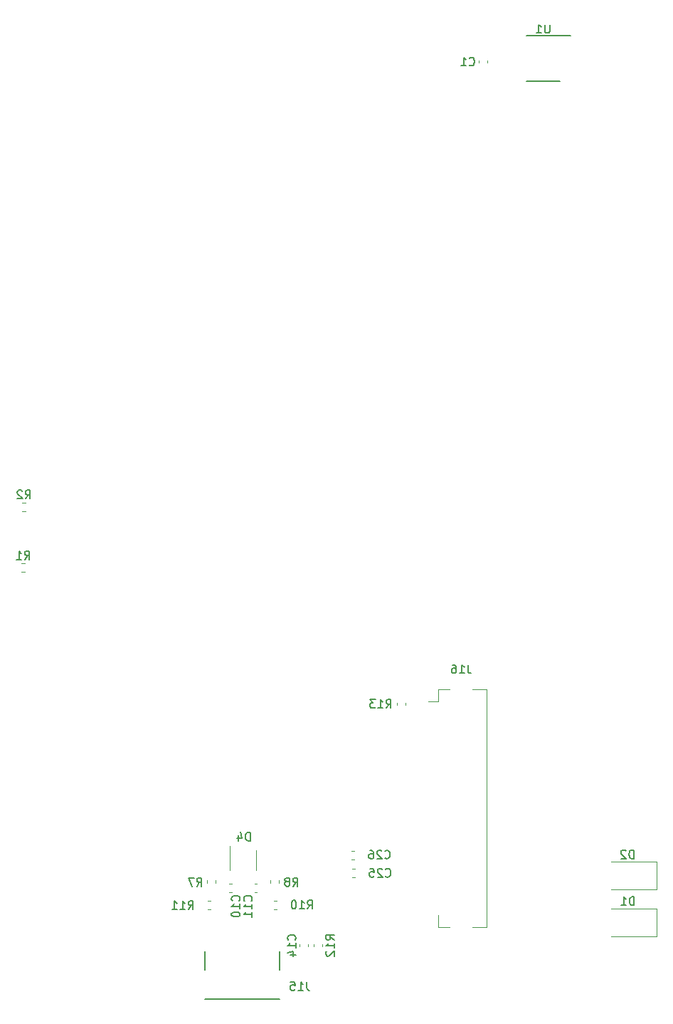
<source format=gbo>
G04 #@! TF.GenerationSoftware,KiCad,Pcbnew,(5.1.9)-1*
G04 #@! TF.CreationDate,2021-01-16T22:32:26-07:00*
G04 #@! TF.ProjectId,purplewizard-pogo,70757270-6c65-4776-997a-6172642d706f,1*
G04 #@! TF.SameCoordinates,Original*
G04 #@! TF.FileFunction,Legend,Bot*
G04 #@! TF.FilePolarity,Positive*
%FSLAX46Y46*%
G04 Gerber Fmt 4.6, Leading zero omitted, Abs format (unit mm)*
G04 Created by KiCad (PCBNEW (5.1.9)-1) date 2021-01-16 22:32:26*
%MOMM*%
%LPD*%
G01*
G04 APERTURE LIST*
%ADD10C,0.120000*%
%ADD11C,0.127000*%
%ADD12C,0.150000*%
%ADD13C,2.200000*%
%ADD14R,2.500000X1.800000*%
%ADD15C,0.900000*%
%ADD16R,1.300000X0.300000*%
%ADD17R,2.200000X1.800000*%
%ADD18R,1.000000X1.400000*%
%ADD19R,1.200000X1.400000*%
%ADD20C,0.985520*%
%ADD21C,0.988060*%
%ADD22R,1.000000X1.000000*%
%ADD23O,1.000000X1.000000*%
%ADD24O,1.300000X2.600000*%
%ADD25O,1.100000X2.200000*%
%ADD26R,1.000000X0.700000*%
%ADD27R,0.300000X0.700000*%
%ADD28O,1.700000X1.700000*%
%ADD29R,1.700000X1.700000*%
%ADD30R,1.200000X0.400000*%
G04 APERTURE END LIST*
D10*
X204565600Y-169633600D02*
X204565600Y-172933600D01*
X204565600Y-172933600D02*
X199165600Y-172933600D01*
X204565600Y-169633600D02*
X199165600Y-169633600D01*
X168282821Y-162763600D02*
X168608379Y-162763600D01*
X168282821Y-163783600D02*
X168608379Y-163783600D01*
X178585600Y-145043600D02*
X178585600Y-143553600D01*
X178585600Y-143553600D02*
X179925600Y-143553600D01*
X178585600Y-170363600D02*
X178585600Y-171853600D01*
X178585600Y-171853600D02*
X179925600Y-171853600D01*
X182645600Y-143553600D02*
X184385600Y-143553600D01*
X184385600Y-143553600D02*
X184385600Y-171853600D01*
X184385600Y-171853600D02*
X182645600Y-171853600D01*
X178585600Y-145043600D02*
X177385600Y-145043600D01*
X204565600Y-164093600D02*
X204565600Y-167393600D01*
X204565600Y-167393600D02*
X199165600Y-167393600D01*
X204565600Y-164093600D02*
X199165600Y-164093600D01*
X154005047Y-166683600D02*
X153679489Y-166683600D01*
X154005047Y-167703600D02*
X153679489Y-167703600D01*
X157031713Y-166673600D02*
X156706155Y-166673600D01*
X157031713Y-167693600D02*
X156706155Y-167693600D01*
X162115600Y-173840821D02*
X162115600Y-174166379D01*
X163135600Y-173840821D02*
X163135600Y-174166379D01*
X156925600Y-162703600D02*
X156925600Y-165103600D01*
X153825600Y-165103600D02*
X153825600Y-162153600D01*
X173665600Y-145130821D02*
X173665600Y-145456379D01*
X174685600Y-145130821D02*
X174685600Y-145456379D01*
X152075600Y-166606379D02*
X152075600Y-166280821D01*
X151055600Y-166606379D02*
X151055600Y-166280821D01*
X151142821Y-169703600D02*
X151468379Y-169703600D01*
X151142821Y-168683600D02*
X151468379Y-168683600D01*
X159072821Y-169703600D02*
X159398379Y-169703600D01*
X159072821Y-168683600D02*
X159398379Y-168683600D01*
X159655600Y-166596379D02*
X159655600Y-166270821D01*
X158635600Y-166596379D02*
X158635600Y-166270821D01*
D11*
X159735600Y-180393600D02*
X150795600Y-180393600D01*
X159735600Y-176923600D02*
X159735600Y-174723600D01*
X150795600Y-176923600D02*
X150795600Y-174723600D01*
D10*
X163785600Y-173840821D02*
X163785600Y-174166379D01*
X164805600Y-173840821D02*
X164805600Y-174166379D01*
X168332821Y-164913600D02*
X168658379Y-164913600D01*
X168332821Y-165933600D02*
X168658379Y-165933600D01*
X129442858Y-128571100D02*
X128968342Y-128571100D01*
X129442858Y-129616100D02*
X128968342Y-129616100D01*
X129522858Y-122396100D02*
X129048342Y-122396100D01*
X129522858Y-121351100D02*
X129048342Y-121351100D01*
X183415600Y-69094180D02*
X183415600Y-68813020D01*
X184435600Y-69094180D02*
X184435600Y-68813020D01*
D12*
X194370600Y-65858600D02*
X189095600Y-65858600D01*
X193095600Y-71258600D02*
X189095600Y-71258600D01*
X201903695Y-169235980D02*
X201903695Y-168235980D01*
X201665600Y-168235980D01*
X201522742Y-168283600D01*
X201427504Y-168378838D01*
X201379885Y-168474076D01*
X201332266Y-168664552D01*
X201332266Y-168807409D01*
X201379885Y-168997885D01*
X201427504Y-169093123D01*
X201522742Y-169188361D01*
X201665600Y-169235980D01*
X201903695Y-169235980D01*
X200379885Y-169235980D02*
X200951314Y-169235980D01*
X200665600Y-169235980D02*
X200665600Y-168235980D01*
X200760838Y-168378838D01*
X200856076Y-168474076D01*
X200951314Y-168521695D01*
X172238457Y-163620742D02*
X172286076Y-163668361D01*
X172428933Y-163715980D01*
X172524171Y-163715980D01*
X172667028Y-163668361D01*
X172762266Y-163573123D01*
X172809885Y-163477885D01*
X172857504Y-163287409D01*
X172857504Y-163144552D01*
X172809885Y-162954076D01*
X172762266Y-162858838D01*
X172667028Y-162763600D01*
X172524171Y-162715980D01*
X172428933Y-162715980D01*
X172286076Y-162763600D01*
X172238457Y-162811219D01*
X171857504Y-162811219D02*
X171809885Y-162763600D01*
X171714647Y-162715980D01*
X171476552Y-162715980D01*
X171381314Y-162763600D01*
X171333695Y-162811219D01*
X171286076Y-162906457D01*
X171286076Y-163001695D01*
X171333695Y-163144552D01*
X171905123Y-163715980D01*
X171286076Y-163715980D01*
X170428933Y-162715980D02*
X170619409Y-162715980D01*
X170714647Y-162763600D01*
X170762266Y-162811219D01*
X170857504Y-162954076D01*
X170905123Y-163144552D01*
X170905123Y-163525504D01*
X170857504Y-163620742D01*
X170809885Y-163668361D01*
X170714647Y-163715980D01*
X170524171Y-163715980D01*
X170428933Y-163668361D01*
X170381314Y-163620742D01*
X170333695Y-163525504D01*
X170333695Y-163287409D01*
X170381314Y-163192171D01*
X170428933Y-163144552D01*
X170524171Y-163096933D01*
X170714647Y-163096933D01*
X170809885Y-163144552D01*
X170857504Y-163192171D01*
X170905123Y-163287409D01*
X182125123Y-140655980D02*
X182125123Y-141370266D01*
X182172742Y-141513123D01*
X182267980Y-141608361D01*
X182410838Y-141655980D01*
X182506076Y-141655980D01*
X181125123Y-141655980D02*
X181696552Y-141655980D01*
X181410838Y-141655980D02*
X181410838Y-140655980D01*
X181506076Y-140798838D01*
X181601314Y-140894076D01*
X181696552Y-140941695D01*
X180267980Y-140655980D02*
X180458457Y-140655980D01*
X180553695Y-140703600D01*
X180601314Y-140751219D01*
X180696552Y-140894076D01*
X180744171Y-141084552D01*
X180744171Y-141465504D01*
X180696552Y-141560742D01*
X180648933Y-141608361D01*
X180553695Y-141655980D01*
X180363219Y-141655980D01*
X180267980Y-141608361D01*
X180220361Y-141560742D01*
X180172742Y-141465504D01*
X180172742Y-141227409D01*
X180220361Y-141132171D01*
X180267980Y-141084552D01*
X180363219Y-141036933D01*
X180553695Y-141036933D01*
X180648933Y-141084552D01*
X180696552Y-141132171D01*
X180744171Y-141227409D01*
X201863695Y-163675980D02*
X201863695Y-162675980D01*
X201625600Y-162675980D01*
X201482742Y-162723600D01*
X201387504Y-162818838D01*
X201339885Y-162914076D01*
X201292266Y-163104552D01*
X201292266Y-163247409D01*
X201339885Y-163437885D01*
X201387504Y-163533123D01*
X201482742Y-163628361D01*
X201625600Y-163675980D01*
X201863695Y-163675980D01*
X200911314Y-162771219D02*
X200863695Y-162723600D01*
X200768457Y-162675980D01*
X200530361Y-162675980D01*
X200435123Y-162723600D01*
X200387504Y-162771219D01*
X200339885Y-162866457D01*
X200339885Y-162961695D01*
X200387504Y-163104552D01*
X200958933Y-163675980D01*
X200339885Y-163675980D01*
X154892742Y-168700742D02*
X154940361Y-168653123D01*
X154987980Y-168510266D01*
X154987980Y-168415028D01*
X154940361Y-168272171D01*
X154845123Y-168176933D01*
X154749885Y-168129314D01*
X154559409Y-168081695D01*
X154416552Y-168081695D01*
X154226076Y-168129314D01*
X154130838Y-168176933D01*
X154035600Y-168272171D01*
X153987980Y-168415028D01*
X153987980Y-168510266D01*
X154035600Y-168653123D01*
X154083219Y-168700742D01*
X154987980Y-169653123D02*
X154987980Y-169081695D01*
X154987980Y-169367409D02*
X153987980Y-169367409D01*
X154130838Y-169272171D01*
X154226076Y-169176933D01*
X154273695Y-169081695D01*
X153987980Y-170272171D02*
X153987980Y-170367409D01*
X154035600Y-170462647D01*
X154083219Y-170510266D01*
X154178457Y-170557885D01*
X154368933Y-170605504D01*
X154607028Y-170605504D01*
X154797504Y-170557885D01*
X154892742Y-170510266D01*
X154940361Y-170462647D01*
X154987980Y-170367409D01*
X154987980Y-170272171D01*
X154940361Y-170176933D01*
X154892742Y-170129314D01*
X154797504Y-170081695D01*
X154607028Y-170034076D01*
X154368933Y-170034076D01*
X154178457Y-170081695D01*
X154083219Y-170129314D01*
X154035600Y-170176933D01*
X153987980Y-170272171D01*
X156352742Y-168720742D02*
X156400361Y-168673123D01*
X156447980Y-168530266D01*
X156447980Y-168435028D01*
X156400361Y-168292171D01*
X156305123Y-168196933D01*
X156209885Y-168149314D01*
X156019409Y-168101695D01*
X155876552Y-168101695D01*
X155686076Y-168149314D01*
X155590838Y-168196933D01*
X155495600Y-168292171D01*
X155447980Y-168435028D01*
X155447980Y-168530266D01*
X155495600Y-168673123D01*
X155543219Y-168720742D01*
X156447980Y-169673123D02*
X156447980Y-169101695D01*
X156447980Y-169387409D02*
X155447980Y-169387409D01*
X155590838Y-169292171D01*
X155686076Y-169196933D01*
X155733695Y-169101695D01*
X156447980Y-170625504D02*
X156447980Y-170054076D01*
X156447980Y-170339790D02*
X155447980Y-170339790D01*
X155590838Y-170244552D01*
X155686076Y-170149314D01*
X155733695Y-170054076D01*
X161552742Y-173360742D02*
X161600361Y-173313123D01*
X161647980Y-173170266D01*
X161647980Y-173075028D01*
X161600361Y-172932171D01*
X161505123Y-172836933D01*
X161409885Y-172789314D01*
X161219409Y-172741695D01*
X161076552Y-172741695D01*
X160886076Y-172789314D01*
X160790838Y-172836933D01*
X160695600Y-172932171D01*
X160647980Y-173075028D01*
X160647980Y-173170266D01*
X160695600Y-173313123D01*
X160743219Y-173360742D01*
X161647980Y-174313123D02*
X161647980Y-173741695D01*
X161647980Y-174027409D02*
X160647980Y-174027409D01*
X160790838Y-173932171D01*
X160886076Y-173836933D01*
X160933695Y-173741695D01*
X160981314Y-175170266D02*
X161647980Y-175170266D01*
X160600361Y-174932171D02*
X161314647Y-174694076D01*
X161314647Y-175313123D01*
X156203695Y-161575980D02*
X156203695Y-160575980D01*
X155965600Y-160575980D01*
X155822742Y-160623600D01*
X155727504Y-160718838D01*
X155679885Y-160814076D01*
X155632266Y-161004552D01*
X155632266Y-161147409D01*
X155679885Y-161337885D01*
X155727504Y-161433123D01*
X155822742Y-161528361D01*
X155965600Y-161575980D01*
X156203695Y-161575980D01*
X154775123Y-160909314D02*
X154775123Y-161575980D01*
X155013219Y-160528361D02*
X155251314Y-161242647D01*
X154632266Y-161242647D01*
X172388457Y-145785980D02*
X172721790Y-145309790D01*
X172959885Y-145785980D02*
X172959885Y-144785980D01*
X172578933Y-144785980D01*
X172483695Y-144833600D01*
X172436076Y-144881219D01*
X172388457Y-144976457D01*
X172388457Y-145119314D01*
X172436076Y-145214552D01*
X172483695Y-145262171D01*
X172578933Y-145309790D01*
X172959885Y-145309790D01*
X171436076Y-145785980D02*
X172007504Y-145785980D01*
X171721790Y-145785980D02*
X171721790Y-144785980D01*
X171817028Y-144928838D01*
X171912266Y-145024076D01*
X172007504Y-145071695D01*
X171102742Y-144785980D02*
X170483695Y-144785980D01*
X170817028Y-145166933D01*
X170674171Y-145166933D01*
X170578933Y-145214552D01*
X170531314Y-145262171D01*
X170483695Y-145357409D01*
X170483695Y-145595504D01*
X170531314Y-145690742D01*
X170578933Y-145738361D01*
X170674171Y-145785980D01*
X170959885Y-145785980D01*
X171055123Y-145738361D01*
X171102742Y-145690742D01*
X149852266Y-166985980D02*
X150185600Y-166509790D01*
X150423695Y-166985980D02*
X150423695Y-165985980D01*
X150042742Y-165985980D01*
X149947504Y-166033600D01*
X149899885Y-166081219D01*
X149852266Y-166176457D01*
X149852266Y-166319314D01*
X149899885Y-166414552D01*
X149947504Y-166462171D01*
X150042742Y-166509790D01*
X150423695Y-166509790D01*
X149518933Y-165985980D02*
X148852266Y-165985980D01*
X149280838Y-166985980D01*
X148838457Y-169725980D02*
X149171790Y-169249790D01*
X149409885Y-169725980D02*
X149409885Y-168725980D01*
X149028933Y-168725980D01*
X148933695Y-168773600D01*
X148886076Y-168821219D01*
X148838457Y-168916457D01*
X148838457Y-169059314D01*
X148886076Y-169154552D01*
X148933695Y-169202171D01*
X149028933Y-169249790D01*
X149409885Y-169249790D01*
X147886076Y-169725980D02*
X148457504Y-169725980D01*
X148171790Y-169725980D02*
X148171790Y-168725980D01*
X148267028Y-168868838D01*
X148362266Y-168964076D01*
X148457504Y-169011695D01*
X146933695Y-169725980D02*
X147505123Y-169725980D01*
X147219409Y-169725980D02*
X147219409Y-168725980D01*
X147314647Y-168868838D01*
X147409885Y-168964076D01*
X147505123Y-169011695D01*
X163018457Y-169665980D02*
X163351790Y-169189790D01*
X163589885Y-169665980D02*
X163589885Y-168665980D01*
X163208933Y-168665980D01*
X163113695Y-168713600D01*
X163066076Y-168761219D01*
X163018457Y-168856457D01*
X163018457Y-168999314D01*
X163066076Y-169094552D01*
X163113695Y-169142171D01*
X163208933Y-169189790D01*
X163589885Y-169189790D01*
X162066076Y-169665980D02*
X162637504Y-169665980D01*
X162351790Y-169665980D02*
X162351790Y-168665980D01*
X162447028Y-168808838D01*
X162542266Y-168904076D01*
X162637504Y-168951695D01*
X161447028Y-168665980D02*
X161351790Y-168665980D01*
X161256552Y-168713600D01*
X161208933Y-168761219D01*
X161161314Y-168856457D01*
X161113695Y-169046933D01*
X161113695Y-169285028D01*
X161161314Y-169475504D01*
X161208933Y-169570742D01*
X161256552Y-169618361D01*
X161351790Y-169665980D01*
X161447028Y-169665980D01*
X161542266Y-169618361D01*
X161589885Y-169570742D01*
X161637504Y-169475504D01*
X161685123Y-169285028D01*
X161685123Y-169046933D01*
X161637504Y-168856457D01*
X161589885Y-168761219D01*
X161542266Y-168713600D01*
X161447028Y-168665980D01*
X161292266Y-166975980D02*
X161625600Y-166499790D01*
X161863695Y-166975980D02*
X161863695Y-165975980D01*
X161482742Y-165975980D01*
X161387504Y-166023600D01*
X161339885Y-166071219D01*
X161292266Y-166166457D01*
X161292266Y-166309314D01*
X161339885Y-166404552D01*
X161387504Y-166452171D01*
X161482742Y-166499790D01*
X161863695Y-166499790D01*
X160720838Y-166404552D02*
X160816076Y-166356933D01*
X160863695Y-166309314D01*
X160911314Y-166214076D01*
X160911314Y-166166457D01*
X160863695Y-166071219D01*
X160816076Y-166023600D01*
X160720838Y-165975980D01*
X160530361Y-165975980D01*
X160435123Y-166023600D01*
X160387504Y-166071219D01*
X160339885Y-166166457D01*
X160339885Y-166214076D01*
X160387504Y-166309314D01*
X160435123Y-166356933D01*
X160530361Y-166404552D01*
X160720838Y-166404552D01*
X160816076Y-166452171D01*
X160863695Y-166499790D01*
X160911314Y-166595028D01*
X160911314Y-166785504D01*
X160863695Y-166880742D01*
X160816076Y-166928361D01*
X160720838Y-166975980D01*
X160530361Y-166975980D01*
X160435123Y-166928361D01*
X160387504Y-166880742D01*
X160339885Y-166785504D01*
X160339885Y-166595028D01*
X160387504Y-166499790D01*
X160435123Y-166452171D01*
X160530361Y-166404552D01*
X162925123Y-178335980D02*
X162925123Y-179050266D01*
X162972742Y-179193123D01*
X163067980Y-179288361D01*
X163210838Y-179335980D01*
X163306076Y-179335980D01*
X161925123Y-179335980D02*
X162496552Y-179335980D01*
X162210838Y-179335980D02*
X162210838Y-178335980D01*
X162306076Y-178478838D01*
X162401314Y-178574076D01*
X162496552Y-178621695D01*
X161020361Y-178335980D02*
X161496552Y-178335980D01*
X161544171Y-178812171D01*
X161496552Y-178764552D01*
X161401314Y-178716933D01*
X161163219Y-178716933D01*
X161067980Y-178764552D01*
X161020361Y-178812171D01*
X160972742Y-178907409D01*
X160972742Y-179145504D01*
X161020361Y-179240742D01*
X161067980Y-179288361D01*
X161163219Y-179335980D01*
X161401314Y-179335980D01*
X161496552Y-179288361D01*
X161544171Y-179240742D01*
X166217980Y-173370742D02*
X165741790Y-173037409D01*
X166217980Y-172799314D02*
X165217980Y-172799314D01*
X165217980Y-173180266D01*
X165265600Y-173275504D01*
X165313219Y-173323123D01*
X165408457Y-173370742D01*
X165551314Y-173370742D01*
X165646552Y-173323123D01*
X165694171Y-173275504D01*
X165741790Y-173180266D01*
X165741790Y-172799314D01*
X166217980Y-174323123D02*
X166217980Y-173751695D01*
X166217980Y-174037409D02*
X165217980Y-174037409D01*
X165360838Y-173942171D01*
X165456076Y-173846933D01*
X165503695Y-173751695D01*
X165313219Y-174704076D02*
X165265600Y-174751695D01*
X165217980Y-174846933D01*
X165217980Y-175085028D01*
X165265600Y-175180266D01*
X165313219Y-175227885D01*
X165408457Y-175275504D01*
X165503695Y-175275504D01*
X165646552Y-175227885D01*
X166217980Y-174656457D01*
X166217980Y-175275504D01*
X172308457Y-165780742D02*
X172356076Y-165828361D01*
X172498933Y-165875980D01*
X172594171Y-165875980D01*
X172737028Y-165828361D01*
X172832266Y-165733123D01*
X172879885Y-165637885D01*
X172927504Y-165447409D01*
X172927504Y-165304552D01*
X172879885Y-165114076D01*
X172832266Y-165018838D01*
X172737028Y-164923600D01*
X172594171Y-164875980D01*
X172498933Y-164875980D01*
X172356076Y-164923600D01*
X172308457Y-164971219D01*
X171927504Y-164971219D02*
X171879885Y-164923600D01*
X171784647Y-164875980D01*
X171546552Y-164875980D01*
X171451314Y-164923600D01*
X171403695Y-164971219D01*
X171356076Y-165066457D01*
X171356076Y-165161695D01*
X171403695Y-165304552D01*
X171975123Y-165875980D01*
X171356076Y-165875980D01*
X170451314Y-164875980D02*
X170927504Y-164875980D01*
X170975123Y-165352171D01*
X170927504Y-165304552D01*
X170832266Y-165256933D01*
X170594171Y-165256933D01*
X170498933Y-165304552D01*
X170451314Y-165352171D01*
X170403695Y-165447409D01*
X170403695Y-165685504D01*
X170451314Y-165780742D01*
X170498933Y-165828361D01*
X170594171Y-165875980D01*
X170832266Y-165875980D01*
X170927504Y-165828361D01*
X170975123Y-165780742D01*
X129372266Y-128115980D02*
X129705600Y-127639790D01*
X129943695Y-128115980D02*
X129943695Y-127115980D01*
X129562742Y-127115980D01*
X129467504Y-127163600D01*
X129419885Y-127211219D01*
X129372266Y-127306457D01*
X129372266Y-127449314D01*
X129419885Y-127544552D01*
X129467504Y-127592171D01*
X129562742Y-127639790D01*
X129943695Y-127639790D01*
X128419885Y-128115980D02*
X128991314Y-128115980D01*
X128705600Y-128115980D02*
X128705600Y-127115980D01*
X128800838Y-127258838D01*
X128896076Y-127354076D01*
X128991314Y-127401695D01*
X129452266Y-120895980D02*
X129785600Y-120419790D01*
X130023695Y-120895980D02*
X130023695Y-119895980D01*
X129642742Y-119895980D01*
X129547504Y-119943600D01*
X129499885Y-119991219D01*
X129452266Y-120086457D01*
X129452266Y-120229314D01*
X129499885Y-120324552D01*
X129547504Y-120372171D01*
X129642742Y-120419790D01*
X130023695Y-120419790D01*
X129071314Y-119991219D02*
X129023695Y-119943600D01*
X128928457Y-119895980D01*
X128690361Y-119895980D01*
X128595123Y-119943600D01*
X128547504Y-119991219D01*
X128499885Y-120086457D01*
X128499885Y-120181695D01*
X128547504Y-120324552D01*
X129118933Y-120895980D01*
X128499885Y-120895980D01*
X182282266Y-69330742D02*
X182329885Y-69378361D01*
X182472742Y-69425980D01*
X182567980Y-69425980D01*
X182710838Y-69378361D01*
X182806076Y-69283123D01*
X182853695Y-69187885D01*
X182901314Y-68997409D01*
X182901314Y-68854552D01*
X182853695Y-68664076D01*
X182806076Y-68568838D01*
X182710838Y-68473600D01*
X182567980Y-68425980D01*
X182472742Y-68425980D01*
X182329885Y-68473600D01*
X182282266Y-68521219D01*
X181329885Y-69425980D02*
X181901314Y-69425980D01*
X181615600Y-69425980D02*
X181615600Y-68425980D01*
X181710838Y-68568838D01*
X181806076Y-68664076D01*
X181901314Y-68711695D01*
X191857504Y-64535980D02*
X191857504Y-65345504D01*
X191809885Y-65440742D01*
X191762266Y-65488361D01*
X191667028Y-65535980D01*
X191476552Y-65535980D01*
X191381314Y-65488361D01*
X191333695Y-65440742D01*
X191286076Y-65345504D01*
X191286076Y-64535980D01*
X190286076Y-65535980D02*
X190857504Y-65535980D01*
X190571790Y-65535980D02*
X190571790Y-64535980D01*
X190667028Y-64678838D01*
X190762266Y-64774076D01*
X190857504Y-64821695D01*
%LPC*%
G36*
G01*
X186005600Y-169993600D02*
X186005600Y-145493600D01*
G75*
G02*
X187255600Y-144243600I1250000J0D01*
G01*
X189755600Y-144243600D01*
G75*
G02*
X191005600Y-145493600I0J-1250000D01*
G01*
X191005600Y-169993600D01*
G75*
G02*
X189755600Y-171243600I-1250000J0D01*
G01*
X187255600Y-171243600D01*
G75*
G02*
X186005600Y-169993600I0J1250000D01*
G01*
G37*
D13*
X214655600Y-58703600D03*
X214655600Y-62036933D03*
X214655600Y-68703600D03*
X214635600Y-65363600D03*
X165955600Y-51605600D03*
X165955600Y-43991600D03*
X165955600Y-49067600D03*
X128943600Y-52273600D03*
X165955600Y-41453600D03*
X165955600Y-46529600D03*
X165955600Y-54143600D03*
X128943600Y-59463600D03*
X128943600Y-55868600D03*
X200095600Y-53153600D03*
X200115600Y-49523600D03*
X200115600Y-45893600D03*
X195785600Y-99423600D03*
X195785600Y-95783600D03*
X195785600Y-92143600D03*
D14*
X199165600Y-171283600D03*
X203165600Y-171283600D03*
D15*
X212615600Y-162333600D03*
X212615600Y-169133600D03*
G36*
G01*
X167220600Y-163529850D02*
X167220600Y-163017350D01*
G75*
G02*
X167439350Y-162798600I218750J0D01*
G01*
X167876850Y-162798600D01*
G75*
G02*
X168095600Y-163017350I0J-218750D01*
G01*
X168095600Y-163529850D01*
G75*
G02*
X167876850Y-163748600I-218750J0D01*
G01*
X167439350Y-163748600D01*
G75*
G02*
X167220600Y-163529850I0J218750D01*
G01*
G37*
G36*
G01*
X168795600Y-163529850D02*
X168795600Y-163017350D01*
G75*
G02*
X169014350Y-162798600I218750J0D01*
G01*
X169451850Y-162798600D01*
G75*
G02*
X169670600Y-163017350I0J-218750D01*
G01*
X169670600Y-163529850D01*
G75*
G02*
X169451850Y-163748600I-218750J0D01*
G01*
X169014350Y-163748600D01*
G75*
G02*
X168795600Y-163529850I0J218750D01*
G01*
G37*
D16*
X178035600Y-169953600D03*
X178035600Y-169453600D03*
X178035600Y-168953600D03*
X178035600Y-168453600D03*
X178035600Y-167953600D03*
X178035600Y-167453600D03*
X178035600Y-166953600D03*
X178035600Y-166453600D03*
X178035600Y-165953600D03*
X178035600Y-165453600D03*
X178035600Y-164953600D03*
X178035600Y-164453600D03*
X178035600Y-163953600D03*
X178035600Y-163453600D03*
X178035600Y-162953600D03*
X178035600Y-162453600D03*
X178035600Y-161953600D03*
X178035600Y-161453600D03*
X178035600Y-160953600D03*
X178035600Y-160453600D03*
X178035600Y-159953600D03*
X178035600Y-159453600D03*
X178035600Y-158953600D03*
X178035600Y-158453600D03*
X178035600Y-157953600D03*
X178035600Y-157453600D03*
X178035600Y-156953600D03*
X178035600Y-156453600D03*
X178035600Y-155953600D03*
X178035600Y-155453600D03*
X178035600Y-154953600D03*
X178035600Y-154453600D03*
X178035600Y-153953600D03*
X178035600Y-153453600D03*
X178035600Y-152953600D03*
X178035600Y-152453600D03*
X178035600Y-151953600D03*
X178035600Y-151453600D03*
X178035600Y-150953600D03*
X178035600Y-150453600D03*
X178035600Y-149953600D03*
X178035600Y-149453600D03*
X178035600Y-148953600D03*
X178035600Y-148453600D03*
X178035600Y-147953600D03*
X178035600Y-147453600D03*
X178035600Y-146953600D03*
X178035600Y-146453600D03*
X178035600Y-145953600D03*
X178035600Y-145453600D03*
D17*
X181285600Y-143553600D03*
X181285600Y-171853600D03*
D14*
X199165600Y-165743600D03*
X203165600Y-165743600D03*
G36*
G01*
X153492268Y-166937350D02*
X153492268Y-167449850D01*
G75*
G02*
X153273518Y-167668600I-218750J0D01*
G01*
X152836018Y-167668600D01*
G75*
G02*
X152617268Y-167449850I0J218750D01*
G01*
X152617268Y-166937350D01*
G75*
G02*
X152836018Y-166718600I218750J0D01*
G01*
X153273518Y-166718600D01*
G75*
G02*
X153492268Y-166937350I0J-218750D01*
G01*
G37*
G36*
G01*
X155067268Y-166937350D02*
X155067268Y-167449850D01*
G75*
G02*
X154848518Y-167668600I-218750J0D01*
G01*
X154411018Y-167668600D01*
G75*
G02*
X154192268Y-167449850I0J218750D01*
G01*
X154192268Y-166937350D01*
G75*
G02*
X154411018Y-166718600I218750J0D01*
G01*
X154848518Y-166718600D01*
G75*
G02*
X155067268Y-166937350I0J-218750D01*
G01*
G37*
G36*
G01*
X156518934Y-166927350D02*
X156518934Y-167439850D01*
G75*
G02*
X156300184Y-167658600I-218750J0D01*
G01*
X155862684Y-167658600D01*
G75*
G02*
X155643934Y-167439850I0J218750D01*
G01*
X155643934Y-166927350D01*
G75*
G02*
X155862684Y-166708600I218750J0D01*
G01*
X156300184Y-166708600D01*
G75*
G02*
X156518934Y-166927350I0J-218750D01*
G01*
G37*
G36*
G01*
X158093934Y-166927350D02*
X158093934Y-167439850D01*
G75*
G02*
X157875184Y-167658600I-218750J0D01*
G01*
X157437684Y-167658600D01*
G75*
G02*
X157218934Y-167439850I0J218750D01*
G01*
X157218934Y-166927350D01*
G75*
G02*
X157437684Y-166708600I218750J0D01*
G01*
X157875184Y-166708600D01*
G75*
G02*
X158093934Y-166927350I0J-218750D01*
G01*
G37*
G36*
G01*
X162369350Y-174353600D02*
X162881850Y-174353600D01*
G75*
G02*
X163100600Y-174572350I0J-218750D01*
G01*
X163100600Y-175009850D01*
G75*
G02*
X162881850Y-175228600I-218750J0D01*
G01*
X162369350Y-175228600D01*
G75*
G02*
X162150600Y-175009850I0J218750D01*
G01*
X162150600Y-174572350D01*
G75*
G02*
X162369350Y-174353600I218750J0D01*
G01*
G37*
G36*
G01*
X162369350Y-172778600D02*
X162881850Y-172778600D01*
G75*
G02*
X163100600Y-172997350I0J-218750D01*
G01*
X163100600Y-173434850D01*
G75*
G02*
X162881850Y-173653600I-218750J0D01*
G01*
X162369350Y-173653600D01*
G75*
G02*
X162150600Y-173434850I0J218750D01*
G01*
X162150600Y-172997350D01*
G75*
G02*
X162369350Y-172778600I218750J0D01*
G01*
G37*
D18*
X154425600Y-165003600D03*
X156325600Y-165003600D03*
X156325600Y-162803600D03*
D19*
X154605600Y-162803600D03*
G36*
G01*
X173919350Y-145643600D02*
X174431850Y-145643600D01*
G75*
G02*
X174650600Y-145862350I0J-218750D01*
G01*
X174650600Y-146299850D01*
G75*
G02*
X174431850Y-146518600I-218750J0D01*
G01*
X173919350Y-146518600D01*
G75*
G02*
X173700600Y-146299850I0J218750D01*
G01*
X173700600Y-145862350D01*
G75*
G02*
X173919350Y-145643600I218750J0D01*
G01*
G37*
G36*
G01*
X173919350Y-144068600D02*
X174431850Y-144068600D01*
G75*
G02*
X174650600Y-144287350I0J-218750D01*
G01*
X174650600Y-144724850D01*
G75*
G02*
X174431850Y-144943600I-218750J0D01*
G01*
X173919350Y-144943600D01*
G75*
G02*
X173700600Y-144724850I0J218750D01*
G01*
X173700600Y-144287350D01*
G75*
G02*
X173919350Y-144068600I218750J0D01*
G01*
G37*
G36*
G01*
X151821850Y-166093600D02*
X151309350Y-166093600D01*
G75*
G02*
X151090600Y-165874850I0J218750D01*
G01*
X151090600Y-165437350D01*
G75*
G02*
X151309350Y-165218600I218750J0D01*
G01*
X151821850Y-165218600D01*
G75*
G02*
X152040600Y-165437350I0J-218750D01*
G01*
X152040600Y-165874850D01*
G75*
G02*
X151821850Y-166093600I-218750J0D01*
G01*
G37*
G36*
G01*
X151821850Y-167668600D02*
X151309350Y-167668600D01*
G75*
G02*
X151090600Y-167449850I0J218750D01*
G01*
X151090600Y-167012350D01*
G75*
G02*
X151309350Y-166793600I218750J0D01*
G01*
X151821850Y-166793600D01*
G75*
G02*
X152040600Y-167012350I0J-218750D01*
G01*
X152040600Y-167449850D01*
G75*
G02*
X151821850Y-167668600I-218750J0D01*
G01*
G37*
G36*
G01*
X151655600Y-169449850D02*
X151655600Y-168937350D01*
G75*
G02*
X151874350Y-168718600I218750J0D01*
G01*
X152311850Y-168718600D01*
G75*
G02*
X152530600Y-168937350I0J-218750D01*
G01*
X152530600Y-169449850D01*
G75*
G02*
X152311850Y-169668600I-218750J0D01*
G01*
X151874350Y-169668600D01*
G75*
G02*
X151655600Y-169449850I0J218750D01*
G01*
G37*
G36*
G01*
X150080600Y-169449850D02*
X150080600Y-168937350D01*
G75*
G02*
X150299350Y-168718600I218750J0D01*
G01*
X150736850Y-168718600D01*
G75*
G02*
X150955600Y-168937350I0J-218750D01*
G01*
X150955600Y-169449850D01*
G75*
G02*
X150736850Y-169668600I-218750J0D01*
G01*
X150299350Y-169668600D01*
G75*
G02*
X150080600Y-169449850I0J218750D01*
G01*
G37*
G36*
G01*
X159585600Y-169449850D02*
X159585600Y-168937350D01*
G75*
G02*
X159804350Y-168718600I218750J0D01*
G01*
X160241850Y-168718600D01*
G75*
G02*
X160460600Y-168937350I0J-218750D01*
G01*
X160460600Y-169449850D01*
G75*
G02*
X160241850Y-169668600I-218750J0D01*
G01*
X159804350Y-169668600D01*
G75*
G02*
X159585600Y-169449850I0J218750D01*
G01*
G37*
G36*
G01*
X158010600Y-169449850D02*
X158010600Y-168937350D01*
G75*
G02*
X158229350Y-168718600I218750J0D01*
G01*
X158666850Y-168718600D01*
G75*
G02*
X158885600Y-168937350I0J-218750D01*
G01*
X158885600Y-169449850D01*
G75*
G02*
X158666850Y-169668600I-218750J0D01*
G01*
X158229350Y-169668600D01*
G75*
G02*
X158010600Y-169449850I0J218750D01*
G01*
G37*
D20*
X131485600Y-159357600D03*
X131485600Y-161389600D03*
D21*
X139105600Y-160373600D03*
G36*
G01*
X159401850Y-166083600D02*
X158889350Y-166083600D01*
G75*
G02*
X158670600Y-165864850I0J218750D01*
G01*
X158670600Y-165427350D01*
G75*
G02*
X158889350Y-165208600I218750J0D01*
G01*
X159401850Y-165208600D01*
G75*
G02*
X159620600Y-165427350I0J-218750D01*
G01*
X159620600Y-165864850D01*
G75*
G02*
X159401850Y-166083600I-218750J0D01*
G01*
G37*
G36*
G01*
X159401850Y-167658600D02*
X158889350Y-167658600D01*
G75*
G02*
X158670600Y-167439850I0J218750D01*
G01*
X158670600Y-167002350D01*
G75*
G02*
X158889350Y-166783600I218750J0D01*
G01*
X159401850Y-166783600D01*
G75*
G02*
X159620600Y-167002350I0J-218750D01*
G01*
X159620600Y-167439850D01*
G75*
G02*
X159401850Y-167658600I-218750J0D01*
G01*
G37*
D22*
X137175600Y-170153600D03*
D23*
X137175600Y-171423600D03*
X135905600Y-170353600D03*
X135905600Y-171623600D03*
X134635600Y-170153600D03*
X134635600Y-171423600D03*
X133365600Y-170353600D03*
X133365600Y-171623600D03*
X132095600Y-170153600D03*
X132095600Y-171423600D03*
D24*
X150945600Y-178623600D03*
X159585600Y-178623600D03*
D25*
X150945600Y-173263600D03*
X159585600Y-173263600D03*
D26*
X158365600Y-174153600D03*
D27*
X157515600Y-174153600D03*
X157015600Y-174153600D03*
X156515600Y-174153600D03*
X156015600Y-174153600D03*
X155515600Y-174153600D03*
X155015600Y-174153600D03*
X154515600Y-174153600D03*
X154015600Y-174153600D03*
X153515600Y-174153600D03*
X153015600Y-174153600D03*
D26*
X152165600Y-174153600D03*
D27*
X152265600Y-172853600D03*
X152765600Y-172853600D03*
X153265600Y-172853600D03*
X153765600Y-172853600D03*
X154265600Y-172853600D03*
X154765600Y-172853600D03*
X155765600Y-172853600D03*
X156265600Y-172853600D03*
X156765600Y-172853600D03*
X157265600Y-172853600D03*
X157765600Y-172853600D03*
X158265600Y-172853600D03*
G36*
G01*
X164039350Y-174353600D02*
X164551850Y-174353600D01*
G75*
G02*
X164770600Y-174572350I0J-218750D01*
G01*
X164770600Y-175009850D01*
G75*
G02*
X164551850Y-175228600I-218750J0D01*
G01*
X164039350Y-175228600D01*
G75*
G02*
X163820600Y-175009850I0J218750D01*
G01*
X163820600Y-174572350D01*
G75*
G02*
X164039350Y-174353600I218750J0D01*
G01*
G37*
G36*
G01*
X164039350Y-172778600D02*
X164551850Y-172778600D01*
G75*
G02*
X164770600Y-172997350I0J-218750D01*
G01*
X164770600Y-173434850D01*
G75*
G02*
X164551850Y-173653600I-218750J0D01*
G01*
X164039350Y-173653600D01*
G75*
G02*
X163820600Y-173434850I0J218750D01*
G01*
X163820600Y-172997350D01*
G75*
G02*
X164039350Y-172778600I218750J0D01*
G01*
G37*
G36*
G01*
X167270600Y-165679850D02*
X167270600Y-165167350D01*
G75*
G02*
X167489350Y-164948600I218750J0D01*
G01*
X167926850Y-164948600D01*
G75*
G02*
X168145600Y-165167350I0J-218750D01*
G01*
X168145600Y-165679850D01*
G75*
G02*
X167926850Y-165898600I-218750J0D01*
G01*
X167489350Y-165898600D01*
G75*
G02*
X167270600Y-165679850I0J218750D01*
G01*
G37*
G36*
G01*
X168845600Y-165679850D02*
X168845600Y-165167350D01*
G75*
G02*
X169064350Y-164948600I218750J0D01*
G01*
X169501850Y-164948600D01*
G75*
G02*
X169720600Y-165167350I0J-218750D01*
G01*
X169720600Y-165679850D01*
G75*
G02*
X169501850Y-165898600I-218750J0D01*
G01*
X169064350Y-165898600D01*
G75*
G02*
X168845600Y-165679850I0J218750D01*
G01*
G37*
D28*
X140460601Y-138168599D03*
X137920601Y-138168599D03*
X135380601Y-138168599D03*
D29*
X132840601Y-138168599D03*
X132840601Y-131038599D03*
D28*
X135380601Y-131038599D03*
X137920601Y-131038599D03*
X140460601Y-131038599D03*
D29*
X132840601Y-123908599D03*
D28*
X135380601Y-123908599D03*
X137920601Y-123908599D03*
X140460601Y-123908599D03*
D29*
X137245600Y-147233600D03*
D28*
X137245600Y-149773600D03*
X134705600Y-147233600D03*
X134705600Y-149773600D03*
X132165600Y-147233600D03*
X132165600Y-149773600D03*
D29*
X209175600Y-123433600D03*
D28*
X209175600Y-125973600D03*
X209175600Y-128513600D03*
X209175600Y-131053600D03*
D29*
X211715600Y-123433600D03*
D28*
X211715600Y-125973600D03*
X211715600Y-128513600D03*
X211715600Y-131053600D03*
X206635600Y-131053600D03*
X206635600Y-128513600D03*
X206635600Y-125973600D03*
D29*
X206635600Y-123433600D03*
X201985600Y-113693600D03*
D28*
X201985600Y-116233600D03*
X199445600Y-113693600D03*
X199445600Y-116233600D03*
X196905600Y-113693600D03*
X196905600Y-116233600D03*
X194365600Y-113693600D03*
X194365600Y-116233600D03*
X191825600Y-113693600D03*
X191825600Y-116233600D03*
X189285600Y-113693600D03*
X189285600Y-116233600D03*
X186745600Y-113693600D03*
X186745600Y-116233600D03*
X184205600Y-113693600D03*
X184205600Y-116233600D03*
X181665600Y-113693600D03*
X181665600Y-116233600D03*
X179125600Y-113693600D03*
X179125600Y-116233600D03*
X176585600Y-113693600D03*
X176585600Y-116233600D03*
X174045600Y-113693600D03*
X174045600Y-116233600D03*
X171505600Y-113693600D03*
X171505600Y-116233600D03*
X168965600Y-113693600D03*
X168965600Y-116233600D03*
X166425600Y-113693600D03*
X166425600Y-116233600D03*
X163885600Y-113693600D03*
X163885600Y-116233600D03*
X161345600Y-113693600D03*
X161345600Y-116233600D03*
X158805600Y-113693600D03*
X158805600Y-116233600D03*
X156265600Y-113693600D03*
X156265600Y-116233600D03*
X153725600Y-113693600D03*
X153725600Y-116233600D03*
G36*
G01*
X128780600Y-128818600D02*
X128780600Y-129368600D01*
G75*
G02*
X128580600Y-129568600I-200000J0D01*
G01*
X128180600Y-129568600D01*
G75*
G02*
X127980600Y-129368600I0J200000D01*
G01*
X127980600Y-128818600D01*
G75*
G02*
X128180600Y-128618600I200000J0D01*
G01*
X128580600Y-128618600D01*
G75*
G02*
X128780600Y-128818600I0J-200000D01*
G01*
G37*
G36*
G01*
X130430600Y-128818600D02*
X130430600Y-129368600D01*
G75*
G02*
X130230600Y-129568600I-200000J0D01*
G01*
X129830600Y-129568600D01*
G75*
G02*
X129630600Y-129368600I0J200000D01*
G01*
X129630600Y-128818600D01*
G75*
G02*
X129830600Y-128618600I200000J0D01*
G01*
X130230600Y-128618600D01*
G75*
G02*
X130430600Y-128818600I0J-200000D01*
G01*
G37*
G36*
G01*
X130510600Y-121598600D02*
X130510600Y-122148600D01*
G75*
G02*
X130310600Y-122348600I-200000J0D01*
G01*
X129910600Y-122348600D01*
G75*
G02*
X129710600Y-122148600I0J200000D01*
G01*
X129710600Y-121598600D01*
G75*
G02*
X129910600Y-121398600I200000J0D01*
G01*
X130310600Y-121398600D01*
G75*
G02*
X130510600Y-121598600I0J-200000D01*
G01*
G37*
G36*
G01*
X128860600Y-121598600D02*
X128860600Y-122148600D01*
G75*
G02*
X128660600Y-122348600I-200000J0D01*
G01*
X128260600Y-122348600D01*
G75*
G02*
X128060600Y-122148600I0J200000D01*
G01*
X128060600Y-121598600D01*
G75*
G02*
X128260600Y-121398600I200000J0D01*
G01*
X128660600Y-121398600D01*
G75*
G02*
X128860600Y-121598600I0J-200000D01*
G01*
G37*
G36*
G01*
X184175600Y-70178600D02*
X183675600Y-70178600D01*
G75*
G02*
X183450600Y-69953600I0J225000D01*
G01*
X183450600Y-69503600D01*
G75*
G02*
X183675600Y-69278600I225000J0D01*
G01*
X184175600Y-69278600D01*
G75*
G02*
X184400600Y-69503600I0J-225000D01*
G01*
X184400600Y-69953600D01*
G75*
G02*
X184175600Y-70178600I-225000J0D01*
G01*
G37*
G36*
G01*
X184175600Y-68628600D02*
X183675600Y-68628600D01*
G75*
G02*
X183450600Y-68403600I0J225000D01*
G01*
X183450600Y-67953600D01*
G75*
G02*
X183675600Y-67728600I225000J0D01*
G01*
X184175600Y-67728600D01*
G75*
G02*
X184400600Y-67953600I0J-225000D01*
G01*
X184400600Y-68403600D01*
G75*
G02*
X184175600Y-68628600I-225000J0D01*
G01*
G37*
D29*
X150735600Y-125413600D03*
D28*
X150735600Y-127953600D03*
X150735600Y-130493600D03*
X155715600Y-130493600D03*
X155715600Y-127953600D03*
D29*
X155715600Y-125413600D03*
D30*
X193695600Y-66361100D03*
X193695600Y-66996100D03*
X193695600Y-67631100D03*
X193695600Y-68266100D03*
X193695600Y-68901100D03*
X193695600Y-69536100D03*
X193695600Y-70171100D03*
X193695600Y-70806100D03*
X188495600Y-70806100D03*
X188495600Y-70171100D03*
X188495600Y-69536100D03*
X188495600Y-68901100D03*
X188495600Y-68266100D03*
X188495600Y-67631100D03*
X188495600Y-66996100D03*
X188495600Y-66361100D03*
M02*

</source>
